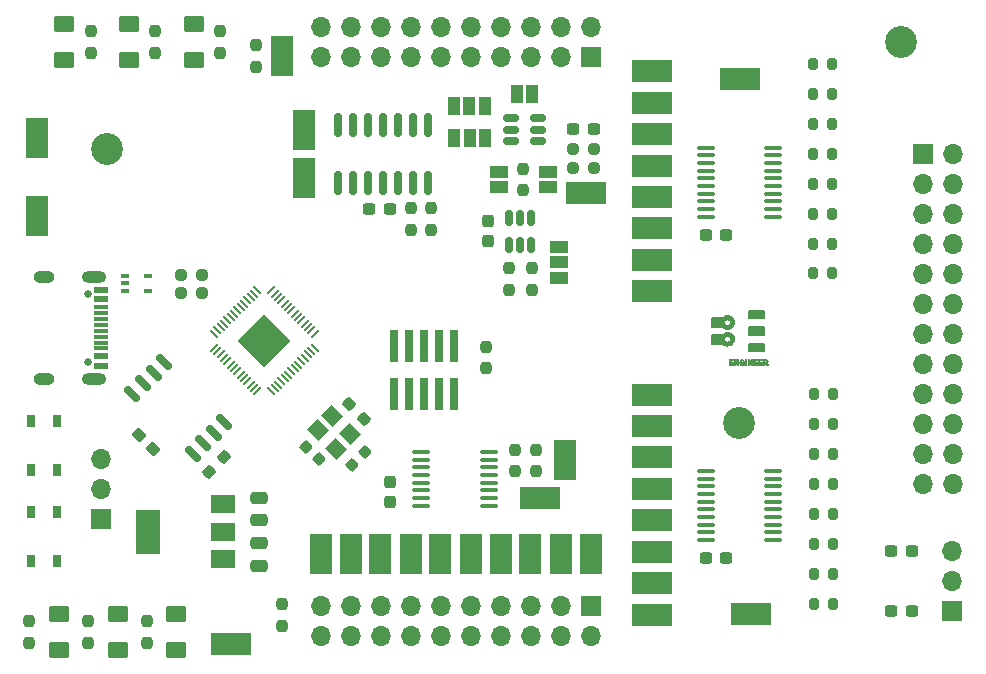
<source format=gbr>
%TF.GenerationSoftware,KiCad,Pcbnew,7.0.7*%
%TF.CreationDate,2023-10-22T12:37:57-05:00*%
%TF.ProjectId,state mode logic analyzer,73746174-6520-46d6-9f64-65206c6f6769,1*%
%TF.SameCoordinates,Original*%
%TF.FileFunction,Soldermask,Top*%
%TF.FilePolarity,Negative*%
%FSLAX46Y46*%
G04 Gerber Fmt 4.6, Leading zero omitted, Abs format (unit mm)*
G04 Created by KiCad (PCBNEW 7.0.7) date 2023-10-22 12:37:57*
%MOMM*%
%LPD*%
G01*
G04 APERTURE LIST*
G04 Aperture macros list*
%AMRoundRect*
0 Rectangle with rounded corners*
0 $1 Rounding radius*
0 $2 $3 $4 $5 $6 $7 $8 $9 X,Y pos of 4 corners*
0 Add a 4 corners polygon primitive as box body*
4,1,4,$2,$3,$4,$5,$6,$7,$8,$9,$2,$3,0*
0 Add four circle primitives for the rounded corners*
1,1,$1+$1,$2,$3*
1,1,$1+$1,$4,$5*
1,1,$1+$1,$6,$7*
1,1,$1+$1,$8,$9*
0 Add four rect primitives between the rounded corners*
20,1,$1+$1,$2,$3,$4,$5,0*
20,1,$1+$1,$4,$5,$6,$7,0*
20,1,$1+$1,$6,$7,$8,$9,0*
20,1,$1+$1,$8,$9,$2,$3,0*%
%AMRotRect*
0 Rectangle, with rotation*
0 The origin of the aperture is its center*
0 $1 length*
0 $2 width*
0 $3 Rotation angle, in degrees counterclockwise*
0 Add horizontal line*
21,1,$1,$2,0,0,$3*%
G04 Aperture macros list end*
%ADD10C,0.095901*%
%ADD11C,0.134262*%
%ADD12RoundRect,0.237500X0.237500X-0.250000X0.237500X0.250000X-0.237500X0.250000X-0.237500X-0.250000X0*%
%ADD13C,2.700000*%
%ADD14RoundRect,0.237500X-0.344715X0.008839X0.008839X-0.344715X0.344715X-0.008839X-0.008839X0.344715X0*%
%ADD15RoundRect,0.250001X0.624999X-0.462499X0.624999X0.462499X-0.624999X0.462499X-0.624999X-0.462499X0*%
%ADD16RotRect,1.400000X1.200000X315.000000*%
%ADD17RoundRect,0.225000X-0.335876X-0.017678X-0.017678X-0.335876X0.335876X0.017678X0.017678X0.335876X0*%
%ADD18R,1.850000X3.450000*%
%ADD19R,1.000000X1.500000*%
%ADD20RoundRect,0.237500X-0.237500X0.250000X-0.237500X-0.250000X0.237500X-0.250000X0.237500X0.250000X0*%
%ADD21R,0.650000X1.050000*%
%ADD22R,1.700000X1.700000*%
%ADD23O,1.700000X1.700000*%
%ADD24R,3.450000X1.850000*%
%ADD25C,0.650000*%
%ADD26R,1.150000X0.600000*%
%ADD27R,1.150000X0.300000*%
%ADD28O,2.100000X1.000000*%
%ADD29O,1.800000X1.000000*%
%ADD30RoundRect,0.200000X0.200000X0.275000X-0.200000X0.275000X-0.200000X-0.275000X0.200000X-0.275000X0*%
%ADD31RoundRect,0.237500X-0.237500X0.300000X-0.237500X-0.300000X0.237500X-0.300000X0.237500X0.300000X0*%
%ADD32RoundRect,0.237500X0.300000X0.237500X-0.300000X0.237500X-0.300000X-0.237500X0.300000X-0.237500X0*%
%ADD33RoundRect,0.150000X-0.150000X0.512500X-0.150000X-0.512500X0.150000X-0.512500X0.150000X0.512500X0*%
%ADD34RoundRect,0.150000X0.565685X-0.353553X-0.353553X0.565685X-0.565685X0.353553X0.353553X-0.565685X0*%
%ADD35R,0.650000X0.400000*%
%ADD36RoundRect,0.150000X-0.512500X-0.150000X0.512500X-0.150000X0.512500X0.150000X-0.512500X0.150000X0*%
%ADD37RoundRect,0.237500X0.250000X0.237500X-0.250000X0.237500X-0.250000X-0.237500X0.250000X-0.237500X0*%
%ADD38RoundRect,0.250000X-0.475000X0.250000X-0.475000X-0.250000X0.475000X-0.250000X0.475000X0.250000X0*%
%ADD39R,1.500000X1.000000*%
%ADD40R,2.000000X1.500000*%
%ADD41R,2.000000X3.800000*%
%ADD42R,0.740000X2.790000*%
%ADD43RoundRect,0.237500X-0.250000X-0.237500X0.250000X-0.237500X0.250000X0.237500X-0.250000X0.237500X0*%
%ADD44RoundRect,0.237500X0.237500X-0.300000X0.237500X0.300000X-0.237500X0.300000X-0.237500X-0.300000X0*%
%ADD45RoundRect,0.237500X-0.380070X0.044194X0.044194X-0.380070X0.380070X-0.044194X-0.044194X0.380070X0*%
%ADD46RoundRect,0.237500X0.008839X0.344715X-0.344715X-0.008839X-0.008839X-0.344715X0.344715X0.008839X0*%
%ADD47RoundRect,0.100000X0.637500X0.100000X-0.637500X0.100000X-0.637500X-0.100000X0.637500X-0.100000X0*%
%ADD48RoundRect,0.050000X-0.238649X-0.309359X0.309359X0.238649X0.238649X0.309359X-0.309359X-0.238649X0*%
%ADD49RoundRect,0.050000X0.238649X-0.309359X0.309359X-0.238649X-0.238649X0.309359X-0.309359X0.238649X0*%
%ADD50RotRect,3.200000X3.200000X45.000000*%
%ADD51RoundRect,0.225000X-0.017678X0.335876X-0.335876X0.017678X0.017678X-0.335876X0.335876X-0.017678X0*%
%ADD52RoundRect,0.250000X0.475000X-0.250000X0.475000X0.250000X-0.475000X0.250000X-0.475000X-0.250000X0*%
%ADD53RoundRect,0.237500X-0.300000X-0.237500X0.300000X-0.237500X0.300000X0.237500X-0.300000X0.237500X0*%
%ADD54RoundRect,0.150000X0.150000X-0.825000X0.150000X0.825000X-0.150000X0.825000X-0.150000X-0.825000X0*%
G04 APERTURE END LIST*
%TO.C,svg2mod*%
D10*
X125636250Y-61318561D02*
X125523750Y-61318561D01*
X125523750Y-60820235D01*
X125636250Y-60820235D01*
X125636250Y-61318561D01*
G36*
X125636250Y-61318561D02*
G01*
X125523750Y-61318561D01*
X125523750Y-60820235D01*
X125636250Y-60820235D01*
X125636250Y-61318561D01*
G37*
D11*
X127157500Y-57330666D02*
X125840000Y-57330666D01*
X125840000Y-56719025D01*
X127157500Y-56719025D01*
X127157500Y-57330666D01*
G36*
X127157500Y-57330666D02*
G01*
X125840000Y-57330666D01*
X125840000Y-56719025D01*
X127157500Y-56719025D01*
X127157500Y-57330666D01*
G37*
X127157500Y-58730357D02*
X125840000Y-58730357D01*
X125840000Y-58118716D01*
X127157500Y-58118716D01*
X127157500Y-58730357D01*
G36*
X127157500Y-58730357D02*
G01*
X125840000Y-58730357D01*
X125840000Y-58118716D01*
X127157500Y-58118716D01*
X127157500Y-58730357D01*
G37*
X127157500Y-60133910D02*
X125840000Y-60133910D01*
X125840000Y-59522270D01*
X127157500Y-59522270D01*
X127157500Y-60133910D01*
G36*
X127157500Y-60133910D02*
G01*
X125840000Y-60133910D01*
X125840000Y-59522270D01*
X127157500Y-59522270D01*
X127157500Y-60133910D01*
G37*
D10*
X124520000Y-60914235D02*
X124290000Y-60914235D01*
X124290000Y-61015960D01*
X124471250Y-61015960D01*
X124471250Y-61109960D01*
X124290000Y-61109960D01*
X124290000Y-61218123D01*
X124520000Y-61218123D01*
X124520000Y-61317274D01*
X124175000Y-61317274D01*
X124175000Y-60818948D01*
X124520000Y-60818948D01*
X124520000Y-60914235D01*
G36*
X124520000Y-60914235D02*
G01*
X124290000Y-60914235D01*
X124290000Y-61015960D01*
X124471250Y-61015960D01*
X124471250Y-61109960D01*
X124290000Y-61109960D01*
X124290000Y-61218123D01*
X124520000Y-61218123D01*
X124520000Y-61317274D01*
X124175000Y-61317274D01*
X124175000Y-60818948D01*
X124520000Y-60818948D01*
X124520000Y-60914235D01*
G37*
X126548750Y-60914235D02*
X126318750Y-60914235D01*
X126318750Y-61015960D01*
X126500000Y-61015960D01*
X126500000Y-61109960D01*
X126318750Y-61109960D01*
X126318750Y-61218123D01*
X126548750Y-61218123D01*
X126548750Y-61317274D01*
X126203750Y-61317274D01*
X126203750Y-60818948D01*
X126548750Y-60818948D01*
X126548750Y-60914235D01*
G36*
X126548750Y-60914235D02*
G01*
X126318750Y-60914235D01*
X126318750Y-61015960D01*
X126500000Y-61015960D01*
X126500000Y-61109960D01*
X126318750Y-61109960D01*
X126318750Y-61218123D01*
X126548750Y-61218123D01*
X126548750Y-61317274D01*
X126203750Y-61317274D01*
X126203750Y-60818948D01*
X126548750Y-60818948D01*
X126548750Y-60914235D01*
G37*
X126962500Y-60914235D02*
X126732500Y-60914235D01*
X126732500Y-61015960D01*
X126912500Y-61015960D01*
X126912500Y-61109960D01*
X126731250Y-61109960D01*
X126731250Y-61218123D01*
X126962500Y-61218123D01*
X126962500Y-61317274D01*
X126617500Y-61317274D01*
X126617500Y-60818948D01*
X126962500Y-60818948D01*
X126962500Y-60914235D01*
G36*
X126962500Y-60914235D02*
G01*
X126732500Y-60914235D01*
X126732500Y-61015960D01*
X126912500Y-61015960D01*
X126912500Y-61109960D01*
X126731250Y-61109960D01*
X126731250Y-61218123D01*
X126962500Y-61218123D01*
X126962500Y-61317274D01*
X126617500Y-61317274D01*
X126617500Y-60818948D01*
X126962500Y-60818948D01*
X126962500Y-60914235D01*
G37*
X124876237Y-61113823D02*
X124873737Y-61080343D01*
X124873737Y-60820235D01*
X124960000Y-60820235D01*
X124960000Y-61318561D01*
X124863750Y-61318561D01*
X124675000Y-60981193D01*
X124676243Y-60997933D01*
X124677487Y-61019823D01*
X124677487Y-61318561D01*
X124588737Y-61318561D01*
X124588737Y-60820235D01*
X124711237Y-60820235D01*
X124876237Y-61113823D01*
G36*
X124876237Y-61113823D02*
G01*
X124873737Y-61080343D01*
X124873737Y-60820235D01*
X124960000Y-60820235D01*
X124960000Y-61318561D01*
X124863750Y-61318561D01*
X124675000Y-60981193D01*
X124676243Y-60997933D01*
X124677487Y-61019823D01*
X124677487Y-61318561D01*
X124588737Y-61318561D01*
X124588737Y-60820235D01*
X124711237Y-60820235D01*
X124876237Y-61113823D01*
G37*
X126106250Y-61318561D02*
X126010000Y-61318561D01*
X125821250Y-60982481D01*
X125822493Y-60999221D01*
X125823737Y-61021111D01*
X125823737Y-61319849D01*
X125734987Y-61319849D01*
X125734987Y-60821523D01*
X125857487Y-60821523D01*
X126022487Y-61115110D01*
X126019987Y-61081631D01*
X126019987Y-60821523D01*
X126106237Y-60821523D01*
X126106250Y-60820235D01*
X126106250Y-61318561D01*
G36*
X126106250Y-61318561D02*
G01*
X126010000Y-61318561D01*
X125821250Y-60982481D01*
X125822493Y-60999221D01*
X125823737Y-61021111D01*
X125823737Y-61319849D01*
X125734987Y-61319849D01*
X125734987Y-60821523D01*
X125857487Y-60821523D01*
X126022487Y-61115110D01*
X126019987Y-61081631D01*
X126019987Y-60821523D01*
X126106237Y-60821523D01*
X126106250Y-60820235D01*
X126106250Y-61318561D01*
G37*
X127337500Y-60833112D02*
X127396250Y-60884618D01*
X127420000Y-60968317D01*
X127399219Y-61045255D01*
X127336250Y-61097083D01*
X127425000Y-61317274D01*
X127300000Y-61317274D01*
X127226250Y-61120261D01*
X127143750Y-61120261D01*
X127143750Y-61317274D01*
X127030000Y-61317274D01*
X127030000Y-60909084D01*
X127143750Y-60909084D01*
X127143750Y-61036563D01*
X127213750Y-61036563D01*
X127263750Y-61031413D01*
X127291250Y-61009522D01*
X127303750Y-60970892D01*
X127291250Y-60933550D01*
X127265000Y-60912948D01*
X127211250Y-60909085D01*
X127143750Y-60909084D01*
X127030000Y-60909084D01*
X127030000Y-60818948D01*
X127242500Y-60818948D01*
X127337500Y-60833112D01*
G36*
X127337500Y-60833112D02*
G01*
X127396250Y-60884618D01*
X127420000Y-60968317D01*
X127399219Y-61045255D01*
X127336250Y-61097083D01*
X127425000Y-61317274D01*
X127300000Y-61317274D01*
X127226250Y-61120261D01*
X127143750Y-61120261D01*
X127143750Y-61317274D01*
X127030000Y-61317274D01*
X127030000Y-60909084D01*
X127143750Y-60909084D01*
X127143750Y-61036563D01*
X127213750Y-61036563D01*
X127263750Y-61031413D01*
X127291250Y-61009522D01*
X127303750Y-60970892D01*
X127291250Y-60933550D01*
X127265000Y-60912948D01*
X127211250Y-60909085D01*
X127143750Y-60909084D01*
X127030000Y-60909084D01*
X127030000Y-60818948D01*
X127242500Y-60818948D01*
X127337500Y-60833112D01*
G37*
X125373750Y-60857577D02*
X125433750Y-60982481D01*
X125326250Y-60996645D01*
X125242500Y-60906509D01*
X125172500Y-60949002D01*
X125148750Y-61071330D01*
X125173750Y-61188507D01*
X125246250Y-61228425D01*
X125300000Y-61207822D01*
X125323750Y-61142151D01*
X125232500Y-61142151D01*
X125232500Y-61049439D01*
X125435000Y-61049439D01*
X125435000Y-61052015D01*
X125435000Y-61318561D01*
X125383750Y-61318561D01*
X125367500Y-61260616D01*
X125235000Y-61325000D01*
X125150937Y-61307616D01*
X125087500Y-61255466D01*
X125048125Y-61175470D01*
X125035000Y-61075193D01*
X125049062Y-60967673D01*
X125091250Y-60883331D01*
X125157656Y-60829410D01*
X125243750Y-60811222D01*
X125373750Y-60857577D01*
G36*
X125373750Y-60857577D02*
G01*
X125433750Y-60982481D01*
X125326250Y-60996645D01*
X125242500Y-60906509D01*
X125172500Y-60949002D01*
X125148750Y-61071330D01*
X125173750Y-61188507D01*
X125246250Y-61228425D01*
X125300000Y-61207822D01*
X125323750Y-61142151D01*
X125232500Y-61142151D01*
X125232500Y-61049439D01*
X125435000Y-61049439D01*
X125435000Y-61052015D01*
X125435000Y-61318561D01*
X125383750Y-61318561D01*
X125367500Y-61260616D01*
X125235000Y-61325000D01*
X125150937Y-61307616D01*
X125087500Y-61255466D01*
X125048125Y-61175470D01*
X125035000Y-61075193D01*
X125049062Y-60967673D01*
X125091250Y-60883331D01*
X125157656Y-60829410D01*
X125243750Y-60811222D01*
X125373750Y-60857577D01*
G37*
D11*
X124171348Y-57189231D02*
X124298287Y-57244344D01*
X124405781Y-57329861D01*
X124488796Y-57440594D01*
X124542297Y-57571358D01*
X124561250Y-57716965D01*
X124542297Y-57862572D01*
X124488796Y-57993336D01*
X124405781Y-58104069D01*
X124298287Y-58189585D01*
X124171348Y-58244699D01*
X124030000Y-58264222D01*
X123891620Y-58245670D01*
X123767130Y-58193067D01*
X123661250Y-58110990D01*
X122693750Y-58110990D01*
X122693750Y-57716965D01*
X123746250Y-57716965D01*
X123768437Y-57830541D01*
X123829062Y-57923474D01*
X123919219Y-57986228D01*
X124030000Y-58009265D01*
X124140781Y-57986228D01*
X124230937Y-57923474D01*
X124291562Y-57830541D01*
X124313750Y-57716965D01*
X124291562Y-57602644D01*
X124230937Y-57509329D01*
X124140781Y-57446435D01*
X124030000Y-57423377D01*
X123919746Y-57446435D01*
X123829531Y-57509329D01*
X123768613Y-57602644D01*
X123746250Y-57716965D01*
X122693750Y-57716965D01*
X122693750Y-57322940D01*
X123661250Y-57322940D01*
X123767685Y-57241435D01*
X123891898Y-57188546D01*
X124030000Y-57169708D01*
X124171348Y-57189231D01*
G36*
X124171348Y-57189231D02*
G01*
X124298287Y-57244344D01*
X124405781Y-57329861D01*
X124488796Y-57440594D01*
X124542297Y-57571358D01*
X124561250Y-57716965D01*
X124542297Y-57862572D01*
X124488796Y-57993336D01*
X124405781Y-58104069D01*
X124298287Y-58189585D01*
X124171348Y-58244699D01*
X124030000Y-58264222D01*
X123891620Y-58245670D01*
X123767130Y-58193067D01*
X123661250Y-58110990D01*
X122693750Y-58110990D01*
X122693750Y-57716965D01*
X123746250Y-57716965D01*
X123768437Y-57830541D01*
X123829062Y-57923474D01*
X123919219Y-57986228D01*
X124030000Y-58009265D01*
X124140781Y-57986228D01*
X124230937Y-57923474D01*
X124291562Y-57830541D01*
X124313750Y-57716965D01*
X124291562Y-57602644D01*
X124230937Y-57509329D01*
X124140781Y-57446435D01*
X124030000Y-57423377D01*
X123919746Y-57446435D01*
X123829531Y-57509329D01*
X123768613Y-57602644D01*
X123746250Y-57716965D01*
X122693750Y-57716965D01*
X122693750Y-57322940D01*
X123661250Y-57322940D01*
X123767685Y-57241435D01*
X123891898Y-57188546D01*
X124030000Y-57169708D01*
X124171348Y-57189231D01*
G37*
X124171348Y-58586347D02*
X124298287Y-58641460D01*
X124405781Y-58726976D01*
X124488796Y-58837710D01*
X124542297Y-58968473D01*
X124561250Y-59114080D01*
X124542297Y-59259688D01*
X124488796Y-59390451D01*
X124405781Y-59501185D01*
X124298287Y-59586701D01*
X124171348Y-59641814D01*
X124030000Y-59661338D01*
X123891620Y-59642786D01*
X123767130Y-59590182D01*
X123661250Y-59508106D01*
X122693750Y-59508106D01*
X122693750Y-59114080D01*
X123746250Y-59114080D01*
X123768437Y-59228401D01*
X123829062Y-59321716D01*
X123919219Y-59384611D01*
X124030000Y-59407668D01*
X124140781Y-59384611D01*
X124230937Y-59321716D01*
X124291562Y-59228401D01*
X124313750Y-59114080D01*
X124291562Y-59000505D01*
X124230937Y-58907571D01*
X124140781Y-58844818D01*
X124030000Y-58821781D01*
X123919746Y-58844637D01*
X123829531Y-58907088D01*
X123768613Y-58999961D01*
X123746250Y-59114080D01*
X122693750Y-59114080D01*
X122693750Y-58720055D01*
X123661250Y-58720055D01*
X123767685Y-58638551D01*
X123891898Y-58585661D01*
X124030000Y-58566823D01*
X124171348Y-58586347D01*
G36*
X124171348Y-58586347D02*
G01*
X124298287Y-58641460D01*
X124405781Y-58726976D01*
X124488796Y-58837710D01*
X124542297Y-58968473D01*
X124561250Y-59114080D01*
X124542297Y-59259688D01*
X124488796Y-59390451D01*
X124405781Y-59501185D01*
X124298287Y-59586701D01*
X124171348Y-59641814D01*
X124030000Y-59661338D01*
X123891620Y-59642786D01*
X123767130Y-59590182D01*
X123661250Y-59508106D01*
X122693750Y-59508106D01*
X122693750Y-59114080D01*
X123746250Y-59114080D01*
X123768437Y-59228401D01*
X123829062Y-59321716D01*
X123919219Y-59384611D01*
X124030000Y-59407668D01*
X124140781Y-59384611D01*
X124230937Y-59321716D01*
X124291562Y-59228401D01*
X124313750Y-59114080D01*
X124291562Y-59000505D01*
X124230937Y-58907571D01*
X124140781Y-58844818D01*
X124030000Y-58821781D01*
X123919746Y-58844637D01*
X123829531Y-58907088D01*
X123768613Y-58999961D01*
X123746250Y-59114080D01*
X122693750Y-59114080D01*
X122693750Y-58720055D01*
X123661250Y-58720055D01*
X123767685Y-58638551D01*
X123891898Y-58585661D01*
X124030000Y-58566823D01*
X124171348Y-58586347D01*
G37*
%TD*%
D12*
%TO.C,R11*%
X106025000Y-70287500D03*
X106025000Y-68462500D03*
%TD*%
D13*
%TO.C,H1*%
X138750000Y-33975000D03*
%TD*%
D14*
%TO.C,R12*%
X91979765Y-64579765D03*
X93270235Y-65870235D03*
%TD*%
D15*
%TO.C,D3*%
X77375000Y-85387500D03*
X77375000Y-82412500D03*
%TD*%
D13*
%TO.C,H2*%
X71500000Y-42975000D03*
%TD*%
D16*
%TO.C,Y1*%
X89346142Y-66823223D03*
X90901777Y-68378858D03*
X92103858Y-67176777D03*
X90548223Y-65621142D03*
%TD*%
D17*
%TO.C,C1*%
X88326992Y-68201992D03*
X89423008Y-69298008D03*
%TD*%
D18*
%TO.C,TP7*%
X92125000Y-77300000D03*
%TD*%
%TO.C,TP3*%
X102275000Y-77300000D03*
%TD*%
D19*
%TO.C,JP1*%
X100900000Y-42100000D03*
X102200000Y-42100000D03*
X103500000Y-42100000D03*
%TD*%
D20*
%TO.C,R1*%
X86350000Y-81537500D03*
X86350000Y-83362500D03*
%TD*%
D21*
%TO.C,SW1*%
X67225000Y-73750000D03*
X67225000Y-77900000D03*
X65075000Y-73750000D03*
X65075000Y-77900000D03*
%TD*%
D22*
%TO.C,J6*%
X143000000Y-82100000D03*
D23*
X143000000Y-79560000D03*
X143000000Y-77020000D03*
%TD*%
D15*
%TO.C,D5*%
X73350000Y-35437500D03*
X73350000Y-32462500D03*
%TD*%
D24*
%TO.C,TP12*%
X112050000Y-46725000D03*
%TD*%
%TO.C,TP105*%
X117625000Y-49739999D03*
%TD*%
%TO.C,TP110*%
X117625000Y-69125000D03*
%TD*%
D25*
%TO.C,J1*%
X69880000Y-55260000D03*
X69880000Y-61040000D03*
D26*
X70955000Y-54950000D03*
X70955000Y-55750000D03*
D27*
X70955000Y-56900000D03*
X70955000Y-57900000D03*
X70955000Y-58400000D03*
X70955000Y-59400000D03*
D26*
X70955000Y-60550000D03*
X70955000Y-61350000D03*
X70955000Y-61350000D03*
X70955000Y-60550000D03*
D27*
X70955000Y-59900000D03*
X70955000Y-58900000D03*
X70955000Y-57400000D03*
X70955000Y-56400000D03*
D26*
X70955000Y-55750000D03*
X70955000Y-54950000D03*
D28*
X70380000Y-53830000D03*
D29*
X66200000Y-53830000D03*
D28*
X70380000Y-62470000D03*
D29*
X66200000Y-62470000D03*
%TD*%
D30*
%TO.C,R35*%
X132995000Y-68810714D03*
X131345000Y-68810714D03*
%TD*%
%TO.C,R31*%
X132900000Y-51014284D03*
X131250000Y-51014284D03*
%TD*%
D31*
%TO.C,C19*%
X103750000Y-49112500D03*
X103750000Y-50837500D03*
%TD*%
D30*
%TO.C,R34*%
X132995000Y-66267857D03*
X131345000Y-66267857D03*
%TD*%
D32*
%TO.C,C24*%
X139612500Y-82100000D03*
X137887500Y-82100000D03*
%TD*%
D33*
%TO.C,U5*%
X107425000Y-48837500D03*
X106475000Y-48837500D03*
X105525000Y-48837500D03*
X105525000Y-51112500D03*
X106475000Y-51112500D03*
X107425000Y-51112500D03*
%TD*%
D24*
%TO.C,TP102*%
X117625000Y-41750000D03*
%TD*%
D30*
%TO.C,R39*%
X132995000Y-78982142D03*
X131345000Y-78982142D03*
%TD*%
D20*
%TO.C,R18*%
X107445000Y-53087500D03*
X107445000Y-54912500D03*
%TD*%
D34*
%TO.C,U7*%
X78738666Y-68832743D03*
X79636692Y-67934717D03*
X80534717Y-67036692D03*
X81432743Y-66138666D03*
X76341574Y-61047497D03*
X75443548Y-61945523D03*
X74545523Y-62843548D03*
X73647497Y-63741574D03*
%TD*%
D30*
%TO.C,R25*%
X132900000Y-35800000D03*
X131250000Y-35800000D03*
%TD*%
D20*
%TO.C,R20*%
X106750000Y-44662500D03*
X106750000Y-46487500D03*
%TD*%
D35*
%TO.C,D7*%
X73025000Y-53725000D03*
X73025000Y-54375000D03*
X73025000Y-55025000D03*
X74925000Y-55025000D03*
X74925000Y-53725000D03*
%TD*%
D24*
%TO.C,TP18*%
X126025000Y-82400000D03*
%TD*%
D32*
%TO.C,C21*%
X95437500Y-48050000D03*
X93712500Y-48050000D03*
%TD*%
D30*
%TO.C,R28*%
X132900000Y-43407142D03*
X131250000Y-43407142D03*
%TD*%
D24*
%TO.C,TP100*%
X117625000Y-36423334D03*
%TD*%
%TO.C,TP111*%
X117625000Y-71788333D03*
%TD*%
D20*
%TO.C,R19*%
X105505000Y-53087500D03*
X105505000Y-54912500D03*
%TD*%
D18*
%TO.C,TP0*%
X109900000Y-77315000D03*
%TD*%
D24*
%TO.C,TP106*%
X117625000Y-52403332D03*
%TD*%
D15*
%TO.C,D4*%
X78825000Y-35437500D03*
X78825000Y-32462500D03*
%TD*%
D18*
%TO.C,TP8*%
X89575000Y-77325000D03*
%TD*%
D36*
%TO.C,U4*%
X105712500Y-40425000D03*
X105712500Y-41375000D03*
X105712500Y-42325000D03*
X107987500Y-42325000D03*
X107987500Y-41375000D03*
X107987500Y-40425000D03*
%TD*%
D15*
%TO.C,D1*%
X67395000Y-85387500D03*
X67395000Y-82412500D03*
%TD*%
%TO.C,D6*%
X67850000Y-35437500D03*
X67850000Y-32462500D03*
%TD*%
D30*
%TO.C,R30*%
X132900000Y-48478570D03*
X131250000Y-48478570D03*
%TD*%
D20*
%TO.C,R2*%
X84075000Y-34237500D03*
X84075000Y-36062500D03*
%TD*%
D32*
%TO.C,C3*%
X123937500Y-50300000D03*
X122212500Y-50300000D03*
%TD*%
D37*
%TO.C,R21*%
X112762500Y-44650000D03*
X110937500Y-44650000D03*
%TD*%
D38*
%TO.C,C6*%
X84325000Y-72550000D03*
X84325000Y-74450000D03*
%TD*%
D19*
%TO.C,JP6*%
X107500000Y-38325000D03*
X106200000Y-38325000D03*
%TD*%
D30*
%TO.C,R40*%
X132995000Y-81525000D03*
X131345000Y-81525000D03*
%TD*%
D24*
%TO.C,TP109*%
X117625000Y-66461667D03*
%TD*%
D12*
%TO.C,R6*%
X69890000Y-84835000D03*
X69890000Y-83010000D03*
%TD*%
D39*
%TO.C,JP3*%
X109800000Y-51300000D03*
X109800000Y-52600000D03*
X109800000Y-53900000D03*
%TD*%
D24*
%TO.C,TP101*%
X117625000Y-39086667D03*
%TD*%
%TO.C,TP113*%
X117625000Y-77114999D03*
%TD*%
D40*
%TO.C,U9*%
X81300000Y-77700000D03*
X81300000Y-75400000D03*
X81300000Y-73100000D03*
D41*
X75000000Y-75400000D03*
%TD*%
D18*
%TO.C,TP6*%
X94650000Y-77300000D03*
%TD*%
D42*
%TO.C,J7*%
X95810000Y-63785000D03*
X95810000Y-59715000D03*
X97080000Y-63785000D03*
X97080000Y-59715000D03*
X98350000Y-63785000D03*
X98350000Y-59715000D03*
X99620000Y-63785000D03*
X99620000Y-59715000D03*
X100890000Y-63785000D03*
X100890000Y-59715000D03*
%TD*%
D30*
%TO.C,R36*%
X132995000Y-71353571D03*
X131345000Y-71353571D03*
%TD*%
D39*
%TO.C,JP5*%
X104650000Y-46225000D03*
X104650000Y-44925000D03*
%TD*%
D18*
%TO.C,TP4*%
X99725000Y-77300000D03*
%TD*%
D43*
%TO.C,R22*%
X110937500Y-43000000D03*
X112762500Y-43000000D03*
%TD*%
D13*
%TO.C,H3*%
X124975000Y-66250000D03*
%TD*%
D22*
%TO.C,J5*%
X140550000Y-43450000D03*
D23*
X143090000Y-43450000D03*
X140550000Y-45990000D03*
X143090000Y-45990000D03*
X140550000Y-48530000D03*
X143090000Y-48530000D03*
X140550000Y-51070000D03*
X143090000Y-51070000D03*
X140550000Y-53610000D03*
X143090000Y-53610000D03*
X140550000Y-56150000D03*
X143090000Y-56150000D03*
X140550000Y-58690000D03*
X143090000Y-58690000D03*
X140550000Y-61230000D03*
X143090000Y-61230000D03*
X140550000Y-63770000D03*
X143090000Y-63770000D03*
X140550000Y-66310000D03*
X143090000Y-66310000D03*
X140550000Y-68850000D03*
X143090000Y-68850000D03*
X140550000Y-71390000D03*
X143090000Y-71390000D03*
%TD*%
D44*
%TO.C,C22*%
X95475000Y-72887500D03*
X95475000Y-71162500D03*
%TD*%
D32*
%TO.C,C23*%
X139637500Y-77050000D03*
X137912500Y-77050000D03*
%TD*%
D18*
%TO.C,TP5*%
X97225000Y-77300000D03*
%TD*%
%TO.C,TP19*%
X65550000Y-48675000D03*
%TD*%
D12*
%TO.C,R5*%
X64900000Y-84835000D03*
X64900000Y-83010000D03*
%TD*%
%TO.C,R4*%
X75600000Y-34885000D03*
X75600000Y-33060000D03*
%TD*%
D20*
%TO.C,R15*%
X98950000Y-48012500D03*
X98950000Y-49837500D03*
%TD*%
D24*
%TO.C,TP10*%
X108150000Y-72550000D03*
%TD*%
D30*
%TO.C,R29*%
X132900000Y-45942856D03*
X131250000Y-45942856D03*
%TD*%
D18*
%TO.C,TP13*%
X88175000Y-41375000D03*
%TD*%
%TO.C,TP9*%
X86275000Y-35125000D03*
%TD*%
D45*
%TO.C,C31*%
X74205240Y-67205240D03*
X75425000Y-68425000D03*
%TD*%
D37*
%TO.C,R16*%
X79562500Y-53650000D03*
X77737500Y-53650000D03*
%TD*%
D46*
%TO.C,R10*%
X81410355Y-69082385D03*
X80119885Y-70372855D03*
%TD*%
D18*
%TO.C,TP15*%
X65575000Y-42100000D03*
%TD*%
D24*
%TO.C,TP108*%
X117625000Y-63798334D03*
%TD*%
D22*
%TO.C,J3*%
X112450000Y-81725000D03*
D23*
X112450000Y-84265000D03*
X109910000Y-81725000D03*
X109910000Y-84265000D03*
X107370000Y-81725000D03*
X107370000Y-84265000D03*
X104830000Y-81725000D03*
X104830000Y-84265000D03*
X102290000Y-81725000D03*
X102290000Y-84265000D03*
X99750000Y-81725000D03*
X99750000Y-84265000D03*
X97210000Y-81725000D03*
X97210000Y-84265000D03*
X94670000Y-81725000D03*
X94670000Y-84265000D03*
X92130000Y-81725000D03*
X92130000Y-84265000D03*
X89590000Y-81725000D03*
X89590000Y-84265000D03*
%TD*%
D22*
%TO.C,J2*%
X70975000Y-74325000D03*
D23*
X70975000Y-71785000D03*
X70975000Y-69245000D03*
%TD*%
D12*
%TO.C,R7*%
X74880000Y-84835000D03*
X74880000Y-83010000D03*
%TD*%
D24*
%TO.C,TP115*%
X117625000Y-82441670D03*
%TD*%
%TO.C,TP107*%
X117625000Y-55066665D03*
%TD*%
D18*
%TO.C,TP133*%
X112475000Y-77300000D03*
%TD*%
%TO.C,TP14*%
X88175000Y-45450000D03*
%TD*%
D47*
%TO.C,U10*%
X127900000Y-48737500D03*
X127900000Y-48087500D03*
X127900000Y-47437500D03*
X127900000Y-46787500D03*
X127900000Y-46137500D03*
X127900000Y-45487500D03*
X127900000Y-44837500D03*
X127900000Y-44187500D03*
X127900000Y-43537500D03*
X127900000Y-42887500D03*
X122175000Y-42887500D03*
X122175000Y-43537500D03*
X122175000Y-44187500D03*
X122175000Y-44837500D03*
X122175000Y-45487500D03*
X122175000Y-46137500D03*
X122175000Y-46787500D03*
X122175000Y-47437500D03*
X122175000Y-48087500D03*
X122175000Y-48737500D03*
%TD*%
D24*
%TO.C,TP104*%
X117625000Y-47076666D03*
%TD*%
D12*
%TO.C,R3*%
X81025000Y-34885000D03*
X81025000Y-33060000D03*
%TD*%
D39*
%TO.C,JP4*%
X108825000Y-46225000D03*
X108825000Y-44925000D03*
%TD*%
D18*
%TO.C,TP2*%
X104825000Y-77300000D03*
%TD*%
D30*
%TO.C,R38*%
X132995000Y-76439285D03*
X131345000Y-76439285D03*
%TD*%
D24*
%TO.C,TP114*%
X117625000Y-79778332D03*
%TD*%
D22*
%TO.C,J4*%
X112475000Y-35250000D03*
D23*
X112475000Y-32710000D03*
X109935000Y-35250000D03*
X109935000Y-32710000D03*
X107395000Y-35250000D03*
X107395000Y-32710000D03*
X104855000Y-35250000D03*
X104855000Y-32710000D03*
X102315000Y-35250000D03*
X102315000Y-32710000D03*
X99775000Y-35250000D03*
X99775000Y-32710000D03*
X97235000Y-35250000D03*
X97235000Y-32710000D03*
X94695000Y-35250000D03*
X94695000Y-32710000D03*
X92155000Y-35250000D03*
X92155000Y-32710000D03*
X89615000Y-35250000D03*
X89615000Y-32710000D03*
%TD*%
D32*
%TO.C,C4*%
X123937500Y-77675000D03*
X122212500Y-77675000D03*
%TD*%
D20*
%TO.C,R13*%
X97200000Y-48012500D03*
X97200000Y-49837500D03*
%TD*%
D48*
%TO.C,U1*%
X80549472Y-59842202D03*
X80832315Y-60125045D03*
X81115157Y-60407887D03*
X81398000Y-60690730D03*
X81680843Y-60973573D03*
X81963685Y-61256415D03*
X82246528Y-61539258D03*
X82529371Y-61822101D03*
X82812214Y-62104944D03*
X83095056Y-62387786D03*
X83377899Y-62670629D03*
X83660742Y-62953472D03*
X83943584Y-63236314D03*
X84226427Y-63519157D03*
D49*
X85410831Y-63519157D03*
X85693674Y-63236314D03*
X85976516Y-62953472D03*
X86259359Y-62670629D03*
X86542202Y-62387786D03*
X86825044Y-62104944D03*
X87107887Y-61822101D03*
X87390730Y-61539258D03*
X87673573Y-61256415D03*
X87956415Y-60973573D03*
X88239258Y-60690730D03*
X88522101Y-60407887D03*
X88804943Y-60125045D03*
X89087786Y-59842202D03*
D48*
X89087786Y-58657798D03*
X88804943Y-58374955D03*
X88522101Y-58092113D03*
X88239258Y-57809270D03*
X87956415Y-57526427D03*
X87673573Y-57243585D03*
X87390730Y-56960742D03*
X87107887Y-56677899D03*
X86825044Y-56395056D03*
X86542202Y-56112214D03*
X86259359Y-55829371D03*
X85976516Y-55546528D03*
X85693674Y-55263686D03*
X85410831Y-54980843D03*
D49*
X84226427Y-54980843D03*
X83943584Y-55263686D03*
X83660742Y-55546528D03*
X83377899Y-55829371D03*
X83095056Y-56112214D03*
X82812214Y-56395056D03*
X82529371Y-56677899D03*
X82246528Y-56960742D03*
X81963685Y-57243585D03*
X81680843Y-57526427D03*
X81398000Y-57809270D03*
X81115157Y-58092113D03*
X80832315Y-58374955D03*
X80549472Y-58657798D03*
D50*
X84818629Y-59250000D03*
%TD*%
D37*
%TO.C,R17*%
X79562500Y-55200000D03*
X77737500Y-55200000D03*
%TD*%
D30*
%TO.C,R33*%
X132995000Y-63725000D03*
X131345000Y-63725000D03*
%TD*%
D47*
%TO.C,U11*%
X127925000Y-76112500D03*
X127925000Y-75462500D03*
X127925000Y-74812500D03*
X127925000Y-74162500D03*
X127925000Y-73512500D03*
X127925000Y-72862500D03*
X127925000Y-72212500D03*
X127925000Y-71562500D03*
X127925000Y-70912500D03*
X127925000Y-70262500D03*
X122200000Y-70262500D03*
X122200000Y-70912500D03*
X122200000Y-71562500D03*
X122200000Y-72212500D03*
X122200000Y-72862500D03*
X122200000Y-73512500D03*
X122200000Y-74162500D03*
X122200000Y-74812500D03*
X122200000Y-75462500D03*
X122200000Y-76112500D03*
%TD*%
D51*
%TO.C,C2*%
X93348008Y-68626992D03*
X92251992Y-69723008D03*
%TD*%
D24*
%TO.C,TP103*%
X117625000Y-44413333D03*
%TD*%
D12*
%TO.C,R8*%
X103550000Y-61562500D03*
X103550000Y-59737500D03*
%TD*%
%TO.C,R9*%
X107850000Y-70287500D03*
X107850000Y-68462500D03*
%TD*%
D18*
%TO.C,TP11*%
X110250000Y-69375000D03*
%TD*%
D12*
%TO.C,R14*%
X70125000Y-34862500D03*
X70125000Y-33037500D03*
%TD*%
D15*
%TO.C,D2*%
X72385000Y-85387500D03*
X72385000Y-82412500D03*
%TD*%
D52*
%TO.C,C5*%
X84325000Y-78275000D03*
X84325000Y-76375000D03*
%TD*%
D30*
%TO.C,R27*%
X132900000Y-40871428D03*
X131250000Y-40871428D03*
%TD*%
%TO.C,R26*%
X132900000Y-38335714D03*
X131250000Y-38335714D03*
%TD*%
D53*
%TO.C,C20*%
X110987500Y-41350000D03*
X112712500Y-41350000D03*
%TD*%
D19*
%TO.C,JP2*%
X100875000Y-39375000D03*
X102175000Y-39375000D03*
X103475000Y-39375000D03*
%TD*%
D54*
%TO.C,U6*%
X91065000Y-45925000D03*
X92335000Y-45925000D03*
X93605000Y-45925000D03*
X94875000Y-45925000D03*
X96145000Y-45925000D03*
X97415000Y-45925000D03*
X98685000Y-45925000D03*
X98685000Y-40975000D03*
X97415000Y-40975000D03*
X96145000Y-40975000D03*
X94875000Y-40975000D03*
X93605000Y-40975000D03*
X92335000Y-40975000D03*
X91065000Y-40975000D03*
%TD*%
D30*
%TO.C,R37*%
X132995000Y-73896428D03*
X131345000Y-73896428D03*
%TD*%
D47*
%TO.C,U3*%
X103837500Y-73200000D03*
X103837500Y-72550000D03*
X103837500Y-71900000D03*
X103837500Y-71250000D03*
X103837500Y-70600000D03*
X103837500Y-69950000D03*
X103837500Y-69300000D03*
X103837500Y-68650000D03*
X98112500Y-68650000D03*
X98112500Y-69300000D03*
X98112500Y-69950000D03*
X98112500Y-70600000D03*
X98112500Y-71250000D03*
X98112500Y-71900000D03*
X98112500Y-72550000D03*
X98112500Y-73200000D03*
%TD*%
D24*
%TO.C,TP16*%
X82025000Y-84925000D03*
%TD*%
D30*
%TO.C,R32*%
X132900000Y-53550000D03*
X131250000Y-53550000D03*
%TD*%
D18*
%TO.C,TP1*%
X107350000Y-77315000D03*
%TD*%
D21*
%TO.C,SW2*%
X67225000Y-66075000D03*
X67225000Y-70225000D03*
X65075000Y-66075000D03*
X65075000Y-70225000D03*
%TD*%
D24*
%TO.C,TP112*%
X117625000Y-74451666D03*
%TD*%
%TO.C,TP17*%
X125100000Y-37100000D03*
%TD*%
M02*

</source>
